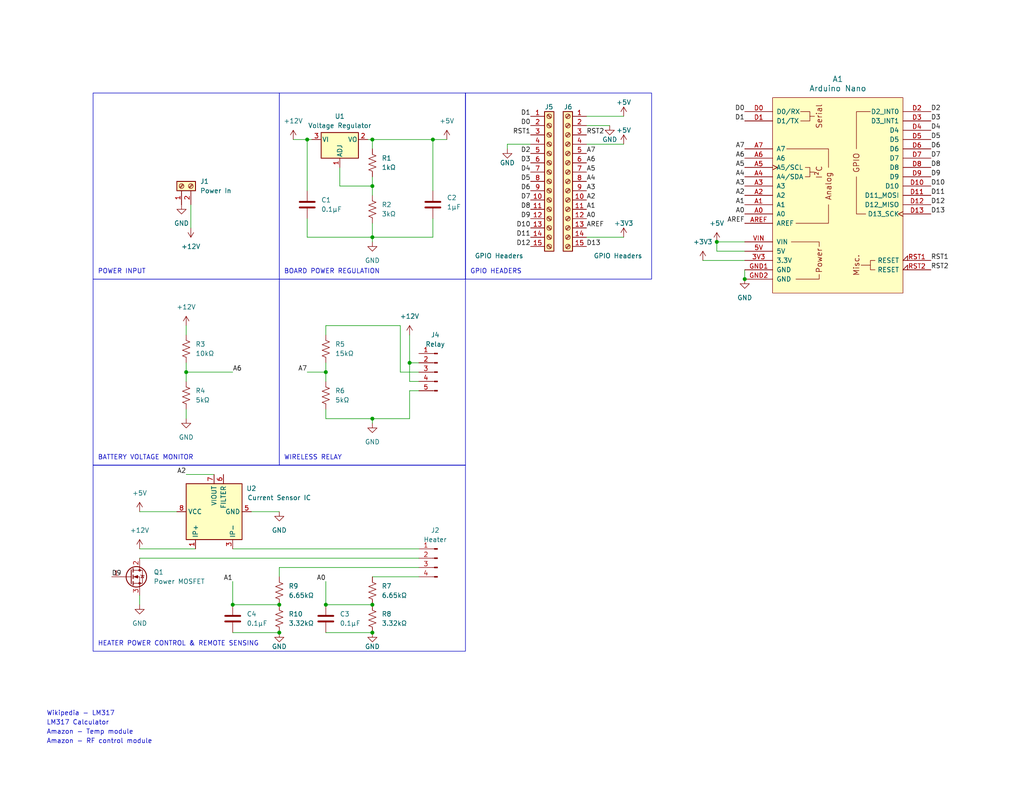
<source format=kicad_sch>
(kicad_sch (version 20230121) (generator eeschema)
  (paper "USLetter")
  (title_block (title "Windshield Heater Controller Schematic") (rev "3") (company "ME692"))
  (lib_symbols
    (symbol "Connector:Conn_01x04_Pin" (pin_names (offset 1.016) hide)
      (property "Reference" "J" (at 0 5.08 0))
      (property "Value" "Conn_01x04_Pin" (at 0 -7.62 0))
      (symbol "Conn_01x04_Pin_1_1"
        (polyline (pts (xy 1.27 -5.08) (xy 0.8636 -5.08)) (stroke (width 0.1524)))
        (polyline (pts (xy 1.27 -2.54) (xy 0.8636 -2.54)) (stroke (width 0.1524)))
        (polyline (pts (xy 1.27 0) (xy 0.8636 0)) (stroke (width 0.1524)))
        (polyline (pts (xy 1.27 2.54) (xy 0.8636 2.54)) (stroke (width 0.1524)))
        (rectangle (start 0.8636 -4.953) (end 0 -5.207) (stroke (width 0.1524)) (fill (type outline)))
        (rectangle (start 0.8636 -2.413) (end 0 -2.667) (stroke (width 0.1524)) (fill (type outline)))
        (rectangle (start 0.8636 0.127) (end 0 -0.127) (stroke (width 0.1524)) (fill (type outline)))
        (rectangle (start 0.8636 2.667) (end 0 2.413) (stroke (width 0.1524)) (fill (type outline)))
        (pin passive line (at 5.08 2.54 180) (length 3.81) (name "Pin_1") (number "1"))
        (pin passive line (at 5.08 0 180) (length 3.81) (name "Pin_2") (number "2"))
        (pin passive line (at 5.08 -2.54 180) (length 3.81) (name "Pin_3") (number "3"))
        (pin passive line (at 5.08 -5.08 180) (length 3.81) (name "Pin_4") (number "4"))
      )
    )
    (symbol "Connector:Conn_01x05_Pin" (pin_names (offset 1.016) hide)
      (property "Reference" "J" (at 0 7.62 0))
      (property "Value" "Conn_01x05_Pin" (at 0 -7.62 0))
      (symbol "Conn_01x05_Pin_1_1"
        (polyline (pts (xy 1.27 -5.08) (xy 0.8636 -5.08)) (stroke (width 0.1524)))
        (polyline (pts (xy 1.27 -2.54) (xy 0.8636 -2.54)) (stroke (width 0.1524)))
        (polyline (pts (xy 1.27 0) (xy 0.8636 0)) (stroke (width 0.1524)))
        (polyline (pts (xy 1.27 2.54) (xy 0.8636 2.54)) (stroke (width 0.1524)))
        (polyline (pts (xy 1.27 5.08) (xy 0.8636 5.08)) (stroke (width 0.1524)))
        (rectangle (start 0.8636 -4.953) (end 0 -5.207) (stroke (width 0.1524)) (fill (type outline)))
        (rectangle (start 0.8636 -2.413) (end 0 -2.667) (stroke (width 0.1524)) (fill (type outline)))
        (rectangle (start 0.8636 0.127) (end 0 -0.127) (stroke (width 0.1524)) (fill (type outline)))
        (rectangle (start 0.8636 2.667) (end 0 2.413) (stroke (width 0.1524)) (fill (type outline)))
        (rectangle (start 0.8636 5.207) (end 0 4.953) (stroke (width 0.1524)) (fill (type outline)))
        (pin passive line (at 5.08 5.08 180) (length 3.81) (name "Pin_1") (number "1"))
        (pin passive line (at 5.08 2.54 180) (length 3.81) (name "Pin_2") (number "2"))
        (pin passive line (at 5.08 0 180) (length 3.81) (name "Pin_3") (number "3"))
        (pin passive line (at 5.08 -2.54 180) (length 3.81) (name "Pin_4") (number "4"))
        (pin passive line (at 5.08 -5.08 180) (length 3.81) (name "Pin_5") (number "5"))
      )
    )
    (symbol "Connector:Screw_Terminal_01x02" (pin_names (offset 1.016) hide)
      (property "Reference" "J" (at 0 2.54 0))
      (property "Value" "Screw_Terminal_01x02" (at 0 -5.08 0))
      (symbol "Screw_Terminal_01x02_1_1"
        (rectangle (start -1.27 1.27) (end 1.27 -3.81) (stroke (width 0.254)) (fill (type background)))
        (circle (center 0 -2.54) (radius 0.635) (stroke (width 0.1524)))
        (polyline (pts (xy -0.5334 -2.2098) (xy 0.3302 -3.048)) (stroke (width 0.1524)))
        (polyline (pts (xy -0.5334 0.3302) (xy 0.3302 -0.508)) (stroke (width 0.1524)))
        (polyline (pts (xy -0.3556 -2.032) (xy 0.508 -2.8702)) (stroke (width 0.1524)))
        (polyline (pts (xy -0.3556 0.508) (xy 0.508 -0.3302)) (stroke (width 0.1524)))
        (circle (center 0 0) (radius 0.635) (stroke (width 0.1524)))
        (pin passive line (at -5.08 0 0) (length 3.81) (name "Pin_1") (number "1"))
        (pin passive line (at -5.08 -2.54 0) (length 3.81) (name "Pin_2") (number "2"))
      )
    )
    (symbol "Connector:Screw_Terminal_01x15" (pin_names (offset 1.016) hide)
      (property "Reference" "J" (at 0 20.32 0))
      (property "Value" "Screw_Terminal_01x15" (at 0 -20.32 0))
      (symbol "Screw_Terminal_01x15_1_1"
        (rectangle (start -1.27 19.05) (end 1.27 -19.05) (stroke (width 0.254)) (fill (type background)))
        (circle (center 0 -17.78) (radius 0.635) (stroke (width 0.1524)))
        (circle (center 0 -15.24) (radius 0.635) (stroke (width 0.1524)))
        (circle (center 0 -12.7) (radius 0.635) (stroke (width 0.1524)))
        (circle (center 0 -10.16) (radius 0.635) (stroke (width 0.1524)))
        (circle (center 0 -7.62) (radius 0.635) (stroke (width 0.1524)))
        (circle (center 0 -5.08) (radius 0.635) (stroke (width 0.1524)))
        (circle (center 0 -2.54) (radius 0.635) (stroke (width 0.1524)))
        (polyline (pts (xy -0.5334 -17.4498) (xy 0.3302 -18.288)) (stroke (width 0.1524)))
        (polyline (pts (xy -0.5334 -14.9098) (xy 0.3302 -15.748)) (stroke (width 0.1524)))
        (polyline (pts (xy -0.5334 -12.3698) (xy 0.3302 -13.208)) (stroke (width 0.1524)))
        (polyline (pts (xy -0.5334 -9.8298) (xy 0.3302 -10.668)) (stroke (width 0.1524)))
        (polyline (pts (xy -0.5334 -7.2898) (xy 0.3302 -8.128)) (stroke (width 0.1524)))
        (polyline (pts (xy -0.5334 -4.7498) (xy 0.3302 -5.588)) (stroke (width 0.1524)))
        (polyline (pts (xy -0.5334 -2.2098) (xy 0.3302 -3.048)) (stroke (width 0.1524)))
        (polyline (pts (xy -0.5334 0.3302) (xy 0.3302 -0.508)) (stroke (width 0.1524)))
        (polyline (pts (xy -0.5334 2.8702) (xy 0.3302 2.032)) (stroke (width 0.1524)))
        (polyline (pts (xy -0.5334 5.4102) (xy 0.3302 4.572)) (stroke (width 0.1524)))
        (polyline (pts (xy -0.5334 7.9502) (xy 0.3302 7.112)) (stroke (width 0.1524)))
        (polyline (pts (xy -0.5334 10.4902) (xy 0.3302 9.652)) (stroke (width 0.1524)))
        (polyline (pts (xy -0.5334 13.0302) (xy 0.3302 12.192)) (stroke (width 0.1524)))
        (polyline (pts (xy -0.5334 15.5702) (xy 0.3302 14.732)) (stroke (width 0.1524)))
        (polyline (pts (xy -0.5334 18.1102) (xy 0.3302 17.272)) (stroke (width 0.1524)))
        (polyline (pts (xy -0.3556 -17.272) (xy 0.508 -18.1102)) (stroke (width 0.1524)))
        (polyline (pts (xy -0.3556 -14.732) (xy 0.508 -15.5702)) (stroke (width 0.1524)))
        (polyline (pts (xy -0.3556 -12.192) (xy 0.508 -13.0302)) (stroke (width 0.1524)))
        (polyline (pts (xy -0.3556 -9.652) (xy 0.508 -10.4902)) (stroke (width 0.1524)))
        (polyline (pts (xy -0.3556 -7.112) (xy 0.508 -7.9502)) (stroke (width 0.1524)))
        (polyline (pts (xy -0.3556 -4.572) (xy 0.508 -5.4102)) (stroke (width 0.1524)))
        (polyline (pts (xy -0.3556 -2.032) (xy 0.508 -2.8702)) (stroke (width 0.1524)))
        (polyline (pts (xy -0.3556 0.508) (xy 0.508 -0.3302)) (stroke (width 0.1524)))
        (polyline (pts (xy -0.3556 3.048) (xy 0.508 2.2098)) (stroke (width 0.1524)))
        (polyline (pts (xy -0.3556 5.588) (xy 0.508 4.7498)) (stroke (width 0.1524)))
        (polyline (pts (xy -0.3556 8.128) (xy 0.508 7.2898)) (stroke (width 0.1524)))
        (polyline (pts (xy -0.3556 10.668) (xy 0.508 9.8298)) (stroke (width 0.1524)))
        (polyline (pts (xy -0.3556 13.208) (xy 0.508 12.3698)) (stroke (width 0.1524)))
        (polyline (pts (xy -0.3556 15.748) (xy 0.508 14.9098)) (stroke (width 0.1524)))
        (polyline (pts (xy -0.3556 18.288) (xy 0.508 17.4498)) (stroke (width 0.1524)))
        (circle (center 0 0) (radius 0.635) (stroke (width 0.1524)))
        (circle (center 0 2.54) (radius 0.635) (stroke (width 0.1524)))
        (circle (center 0 5.08) (radius 0.635) (stroke (width 0.1524)))
        (circle (center 0 7.62) (radius 0.635) (stroke (width 0.1524)))
        (circle (center 0 10.16) (radius 0.635) (stroke (width 0.1524)))
        (circle (center 0 12.7) (radius 0.635) (stroke (width 0.1524)))
        (circle (center 0 15.24) (radius 0.635) (stroke (width 0.1524)))
        (circle (center 0 17.78) (radius 0.635) (stroke (width 0.1524)))
        (pin passive line (at -5.08 17.78 0) (length 3.81) (name "Pin_1") (number "1"))
        (pin passive line (at -5.08 -5.08 0) (length 3.81) (name "Pin_10") (number "10"))
        (pin passive line (at -5.08 -7.62 0) (length 3.81) (name "Pin_11") (number "11"))
        (pin passive line (at -5.08 -10.16 0) (length 3.81) (name "Pin_12") (number "12"))
        (pin passive line (at -5.08 -12.7 0) (length 3.81) (name "Pin_13") (number "13"))
        (pin passive line (at -5.08 -15.24 0) (length 3.81) (name "Pin_14") (number "14"))
        (pin passive line (at -5.08 -17.78 0) (length 3.81) (name "Pin_15") (number "15"))
        (pin passive line (at -5.08 15.24 0) (length 3.81) (name "Pin_2") (number "2"))
        (pin passive line (at -5.08 12.7 0) (length 3.81) (name "Pin_3") (number "3"))
        (pin passive line (at -5.08 10.16 0) (length 3.81) (name "Pin_4") (number "4"))
        (pin passive line (at -5.08 7.62 0) (length 3.81) (name "Pin_5") (number "5"))
        (pin passive line (at -5.08 5.08 0) (length 3.81) (name "Pin_6") (number "6"))
        (pin passive line (at -5.08 2.54 0) (length 3.81) (name "Pin_7") (number "7"))
        (pin passive line (at -5.08 0 0) (length 3.81) (name "Pin_8") (number "8"))
        (pin passive line (at -5.08 -2.54 0) (length 3.81) (name "Pin_9") (number "9"))
      )
    )
    (symbol "Device:C" (pin_numbers hide) (pin_names (offset 0.254))
      (property "Reference" "C" (at 0.635 2.54 0))
      (property "Value" "C" (at 0.635 -2.54 0))
      (symbol "C_0_1"
        (polyline (pts (xy -2.032 -0.762) (xy 2.032 -0.762)) (stroke (width 0.508)))
        (polyline (pts (xy -2.032 0.762) (xy 2.032 0.762)) (stroke (width 0.508)))
      )
      (symbol "C_1_1"
        (pin passive line (at 0 3.81 270) (length 2.794) (name "~") (number "1"))
        (pin passive line (at 0 -3.81 90) (length 2.794) (name "~") (number "2"))
      )
    )
    (symbol "Device:Q_NMOS_GDS" (pin_names (offset 0) hide)
      (property "Reference" "Q" (at 5.08 1.27 0))
      (property "Value" "Q_NMOS_GDS" (at 5.08 -1.27 0))
      (symbol "Q_NMOS_GDS_0_1"
        (polyline (pts (xy 0.254 0) (xy -2.54 0)))
        (polyline (pts (xy 0.254 1.905) (xy 0.254 -1.905)) (stroke (width 0.254)))
        (polyline (pts (xy 0.762 -1.27) (xy 0.762 -2.286)) (stroke (width 0.254)))
        (polyline (pts (xy 0.762 0.508) (xy 0.762 -0.508)) (stroke (width 0.254)))
        (polyline (pts (xy 0.762 2.286) (xy 0.762 1.27)) (stroke (width 0.254)))
        (polyline (pts (xy 2.54 2.54) (xy 2.54 1.778)))
        (polyline (pts (xy 2.54 -2.54) (xy 2.54 0) (xy 0.762 0)))
        (polyline (pts (xy 0.762 -1.778) (xy 3.302 -1.778) (xy 3.302 1.778) (xy 0.762 1.778)))
        (polyline (pts (xy 1.016 0) (xy 2.032 0.381) (xy 2.032 -0.381) (xy 1.016 0)) (fill (type outline)))
        (polyline (pts (xy 2.794 0.508) (xy 2.921 0.381) (xy 3.683 0.381) (xy 3.81 0.254)))
        (polyline (pts (xy 3.302 0.381) (xy 2.921 -0.254) (xy 3.683 -0.254) (xy 3.302 0.381)))
        (circle (center 1.651 0) (radius 2.794) (stroke (width 0.254)))
        (circle (center 2.54 -1.778) (radius 0.254) (fill (type outline)))
        (circle (center 2.54 1.778) (radius 0.254) (fill (type outline)))
      )
      (symbol "Q_NMOS_GDS_1_1"
        (pin input line (at -5.08 0 0) (length 2.54) (name "G") (number "1"))
        (pin passive line (at 2.54 5.08 270) (length 2.54) (name "D") (number "2"))
        (pin passive line (at 2.54 -5.08 90) (length 2.54) (name "S") (number "3"))
      )
    )
    (symbol "Device:R_US" (pin_numbers hide) (pin_names (offset 0))
      (property "Reference" "R" (at 2.54 0 90))
      (property "Value" "R_US" (at -2.54 0 90))
      (symbol "R_US_0_1"
        (polyline (pts (xy 0 -2.286) (xy 0 -2.54)))
        (polyline (pts (xy 0 2.286) (xy 0 2.54)))
        (polyline (pts (xy 0 -0.762) (xy 1.016 -1.143) (xy 0 -1.524) (xy -1.016 -1.905) (xy 0 -2.286)))
        (polyline (pts (xy 0 0.762) (xy 1.016 0.381) (xy 0 0) (xy -1.016 -0.381) (xy 0 -0.762)))
        (polyline (pts (xy 0 2.286) (xy 1.016 1.905) (xy 0 1.524) (xy -1.016 1.143) (xy 0 0.762)))
      )
      (symbol "R_US_1_1"
        (pin passive line (at 0 3.81 270) (length 1.27) (name "~") (number "1"))
        (pin passive line (at 0 -3.81 90) (length 1.27) (name "~") (number "2"))
      )
    )
    (symbol "GND_1" (power) (pin_names (offset 0))
      (property "Value" "GND_1" (at 0 -3.81 0))
      (symbol "GND_1_0_1"
        (polyline (pts (xy 0 0) (xy 0 -1.27) (xy 1.27 -1.27) (xy 0 -2.54) (xy -1.27 -1.27) (xy 0 -1.27)))
      )
      (symbol "GND_1_1_1"
        (pin power_in line (at 0 0 270) (length 0) hide (name "GND") (number "1"))
      )
    )
    (symbol "PCM_arduino-library:Arduino_Nano_Socket" (pin_names (offset 1.016))
      (property "Reference" "A" (at 0 33.02 0))
      (property "Value" "Arduino_Nano_Socket" (at 0 29.21 0))
      (symbol "Arduino_Nano_Socket_0_0"
        (rectangle (start -17.78 26.67) (end 17.78 -26.67) (fill (type background)))
        (polyline (pts (xy -7.62 6.35) (xy -6.35 6.35)))
        (polyline (pts (xy -7.62 21.59) (xy -6.35 21.59)))
        (polyline (pts (xy 8.89 -19.05) (xy 6.35 -19.05)))
        (polyline (pts (xy -11.43 -22.86) (xy -5.08 -22.86) (xy -5.08 -21.59)))
        (polyline (pts (xy -5.08 -13.97) (xy -5.08 -12.7) (xy -12.7 -12.7)))
        (polyline (pts (xy -10.16 22.86) (xy -7.62 22.86) (xy -7.62 20.32) (xy -10.16 20.32)))
        (polyline (pts (xy -8.89 7.62) (xy -7.62 7.62) (xy -7.62 5.08) (xy -8.89 5.08)))
        (text "Analog" (at -2.54 2.54 900) (effects (font (size 1.524 1.524))))
        (text "I²C" (at -5.08 6.35 900) (effects (font (size 1.524 1.524))))
        (text "Misc." (at 5.08 -19.05 900) (effects (font (size 1.524 1.524))))
        (text "Power" (at -5.08 -17.78 900) (effects (font (size 1.524 1.524))))
        (text "Serial" (at -5.08 21.59 900) (effects (font (size 1.524 1.524))))
      )
      (symbol "Arduino_Nano_Socket_0_1"
        (polyline (pts (xy -13.97 12.7) (xy -2.54 12.7) (xy -2.54 7.62)))
        (polyline (pts (xy -11.43 -7.62) (xy -2.54 -7.62) (xy -2.54 -2.54)))
        (polyline (pts (xy 7.62 -5.08) (xy 5.08 -5.08) (xy 5.08 5.08)))
        (polyline (pts (xy 8.89 22.86) (xy 5.08 22.86) (xy 5.08 12.7)))
        (polyline (pts (xy 10.16 -17.78) (xy 8.89 -17.78) (xy 8.89 -20.32) (xy 10.16 -20.32)))
      )
      (symbol "Arduino_Nano_Socket_1_0"
        (text "GPIO" (at 5.08 8.89 900) (effects (font (size 1.524 1.524))))
      )
      (symbol "Arduino_Nano_Socket_1_1"
        (pin power_out line (at -25.4 -17.78 0) (length 7.62) (name "3.3V") (number "3V3"))
        (pin power_in line (at -25.4 -15.24 0) (length 7.62) (name "5V") (number "5V"))
        (pin bidirectional line (at -25.4 -5.08 0) (length 7.62) (name "A0") (number "A0"))
        (pin bidirectional line (at -25.4 -2.54 0) (length 7.62) (name "A1") (number "A1"))
        (pin bidirectional line (at -25.4 0 0) (length 7.62) (name "A2") (number "A2"))
        (pin bidirectional line (at -25.4 2.54 0) (length 7.62) (name "A3") (number "A3"))
        (pin bidirectional line (at -25.4 5.08 0) (length 7.62) (name "A4/SDA") (number "A4"))
        (pin bidirectional clock (at -25.4 7.62 0) (length 7.62) (name "A5/SCL") (number "A5"))
        (pin input line (at -25.4 10.16 0) (length 7.62) (name "A6") (number "A6"))
        (pin input line (at -25.4 12.7 0) (length 7.62) (name "A7") (number "A7"))
        (pin input line (at -25.4 -7.62 0) (length 7.62) (name "AREF") (number "AREF"))
        (pin bidirectional line (at -25.4 22.86 0) (length 7.62) (name "D0/RX") (number "D0"))
        (pin bidirectional line (at -25.4 20.32 0) (length 7.62) (name "D1/TX") (number "D1"))
        (pin bidirectional line (at 25.4 2.54 180) (length 7.62) (name "D10") (number "D10"))
        (pin bidirectional line (at 25.4 0 180) (length 7.62) (name "D11_MOSI") (number "D11"))
        (pin bidirectional line (at 25.4 -2.54 180) (length 7.62) (name "D12_MISO") (number "D12"))
        (pin bidirectional clock (at 25.4 -5.08 180) (length 7.62) (name "D13_SCK") (number "D13"))
        (pin bidirectional line (at 25.4 22.86 180) (length 7.62) (name "D2_INT0") (number "D2"))
        (pin bidirectional line (at 25.4 20.32 180) (length 7.62) (name "D3_INT1") (number "D3"))
        (pin bidirectional line (at 25.4 17.78 180) (length 7.62) (name "D4") (number "D4"))
        (pin bidirectional line (at 25.4 15.24 180) (length 7.62) (name "D5") (number "D5"))
        (pin bidirectional line (at 25.4 12.7 180) (length 7.62) (name "D6") (number "D6"))
        (pin bidirectional line (at 25.4 10.16 180) (length 7.62) (name "D7") (number "D7"))
        (pin bidirectional line (at 25.4 7.62 180) (length 7.62) (name "D8") (number "D8"))
        (pin bidirectional line (at 25.4 5.08 180) (length 7.62) (name "D9") (number "D9"))
        (pin power_in line (at -25.4 -20.32 0) (length 7.62) (name "GND") (number "GND1"))
        (pin power_in line (at -25.4 -22.86 0) (length 7.62) (name "GND") (number "GND2"))
        (pin open_collector input_low (at 25.4 -17.78 180) (length 7.62) (name "RESET") (number "RST1"))
        (pin open_collector input_low (at 25.4 -20.32 180) (length 7.62) (name "RESET") (number "RST2"))
        (pin power_in line (at -25.4 -12.7 0) (length 7.62) (name "VIN") (number "VIN"))
      )
    )
    (symbol "Regulator_Linear:LM317_TO-220" (pin_names (offset 0.254))
      (property "Reference" "U" (at -3.81 3.175 0))
      (property "Value" "LM317_TO-220" (at 0 3.175 0))
      (symbol "LM317_TO-220_0_1"
        (rectangle (start -5.08 1.905) (end 5.08 -5.08) (stroke (width 0.254)) (fill (type background)))
      )
      (symbol "LM317_TO-220_1_1"
        (pin input line (at 0 -7.62 90) (length 2.54) (name "ADJ") (number "1"))
        (pin power_out line (at 7.62 0 180) (length 2.54) (name "VO") (number "2"))
        (pin power_in line (at -7.62 0 0) (length 2.54) (name "VI") (number "3"))
      )
    )
    (symbol "Sensor_Current:ACS712xLCTR-20A"
      (property "Reference" "U" (at 2.54 11.43 0))
      (property "Value" "ACS712xLCTR-20A" (at 2.54 8.89 0))
      (symbol "ACS712xLCTR-20A_0_1"
        (rectangle (start -7.62 7.62) (end 7.62 -7.62) (stroke (width 0.254)) (fill (type background)))
      )
      (symbol "ACS712xLCTR-20A_1_1"
        (pin passive line (at -10.16 5.08 0) (length 2.54) (name "IP+") (number "1"))
        (pin passive line (at -10.16 5.08 0) (length 2.54) hide (name "IP+") (number "2"))
        (pin passive line (at -10.16 -5.08 0) (length 2.54) (name "IP-") (number "3"))
        (pin passive line (at -10.16 -5.08 0) (length 2.54) hide (name "IP-") (number "4"))
        (pin power_in line (at 0 -10.16 90) (length 2.54) (name "GND") (number "5"))
        (pin passive line (at 10.16 -2.54 180) (length 2.54) (name "FILTER") (number "6"))
        (pin output line (at 10.16 0 180) (length 2.54) (name "VIOUT") (number "7"))
        (pin power_in line (at 0 10.16 270) (length 2.54) (name "VCC") (number "8"))
      )
    )
    (symbol "power:+12V" (power) (pin_names (offset 0))
      (property "Value" "+12V" (at 0 3.556 0))
      (symbol "+12V_0_1"
        (polyline (pts (xy -0.762 1.27) (xy 0 2.54)))
        (polyline (pts (xy 0 0) (xy 0 2.54)))
        (polyline (pts (xy 0 2.54) (xy 0.762 1.27)))
      )
      (symbol "+12V_1_1"
        (pin power_in line (at 0 0 90) (length 0) hide (name "+12V") (number "1"))
      )
    )
    (symbol "power:+3V3" (power) (pin_names (offset 0))
      (property "Value" "+3V3" (at 0 3.556 0))
      (symbol "+3V3_0_1"
        (polyline (pts (xy -0.762 1.27) (xy 0 2.54)))
        (polyline (pts (xy 0 0) (xy 0 2.54)))
        (polyline (pts (xy 0 2.54) (xy 0.762 1.27)))
      )
      (symbol "+3V3_1_1"
        (pin power_in line (at 0 0 90) (length 0) hide (name "+3V3") (number "1"))
      )
    )
    (symbol "power:+5V" (power) (pin_names (offset 0))
      (property "Value" "+5V" (at 0 3.556 0))
      (symbol "+5V_0_1"
        (polyline (pts (xy -0.762 1.27) (xy 0 2.54)))
        (polyline (pts (xy 0 0) (xy 0 2.54)))
        (polyline (pts (xy 0 2.54) (xy 0.762 1.27)))
      )
      (symbol "+5V_1_1"
        (pin power_in line (at 0 0 90) (length 0) hide (name "+5V") (number "1"))
      )
    )
    (symbol "power:GND" (power) (pin_names (offset 0))
      (property "Value" "GND" (at 0 -3.81 0))
      (symbol "GND_0_1"
        (polyline (pts (xy 0 0) (xy 0 -1.27) (xy 1.27 -1.27) (xy 0 -2.54) (xy -1.27 -1.27) (xy 0 -1.27)))
      )
      (symbol "GND_1_1"
        (pin power_in line (at 0 0 270) (length 0) hide (name "GND") (number "1"))
      )
    )
  )
  (junction (at 50.8 101.6))
  (junction (at 111.76 99.06))
  (junction (at 83.82 38.1))
  (junction (at 88.9 165.1))
  (junction (at 101.6 38.1))
  (junction (at 101.6 64.77))
  (junction (at 203.2 76.2))
  (junction (at 195.58 66.04))
  (junction (at 76.2 165.1))
  (junction (at 101.6 114.3))
  (junction (at 101.6 165.1))
  (junction (at 101.6 50.8))
  (junction (at 101.6 172.72))
  (junction (at 118.11 38.1))
  (junction (at 63.5 165.1))
  (junction (at 88.9 101.6))
  (junction (at 76.2 172.72))
  (wire (pts (xy 38.1 165.1) (xy 38.1 162.56)))
  (wire (pts (xy 83.82 38.1) (xy 85.09 38.1)))
  (wire (pts (xy 109.22 101.6) (xy 114.3 101.6)))
  (wire (pts (xy 80.01 38.1) (xy 83.82 38.1)))
  (wire (pts (xy 195.58 66.04) (xy 203.2 66.04)))
  (wire (pts (xy 50.8 88.9) (xy 50.8 91.44)))
  (wire (pts (xy 203.2 68.58) (xy 195.58 68.58)))
  (wire (pts (xy 160.02 34.29) (xy 166.37 34.29)))
  (wire (pts (xy 101.6 66.04) (xy 101.6 64.77)))
  (wire (pts (xy 92.71 50.8) (xy 101.6 50.8)))
  (wire (pts (xy 63.5 165.1) (xy 76.2 165.1)))
  (wire (pts (xy 114.3 152.4) (xy 38.1 152.4)))
  (wire (pts (xy 38.1 149.86) (xy 53.34 149.86)))
  (wire (pts (xy 109.22 88.9) (xy 109.22 101.6)))
  (wire (pts (xy 101.6 157.48) (xy 114.3 157.48)))
  (wire (pts (xy 52.07 62.23) (xy 52.07 55.88)))
  (wire (pts (xy 88.9 111.76) (xy 88.9 114.3)))
  (wire (pts (xy 83.82 101.6) (xy 88.9 101.6)))
  (wire (pts (xy 118.11 52.07) (xy 118.11 38.1)))
  (wire (pts (xy 111.76 99.06) (xy 114.3 99.06)))
  (wire (pts (xy 138.43 39.37) (xy 138.43 40.64)))
  (wire (pts (xy 76.2 154.94) (xy 76.2 157.48)))
  (wire (pts (xy 88.9 158.75) (xy 88.9 165.1)))
  (wire (pts (xy 50.8 99.06) (xy 50.8 101.6)))
  (wire (pts (xy 88.9 172.72) (xy 101.6 172.72)))
  (wire (pts (xy 88.9 114.3) (xy 101.6 114.3)))
  (wire (pts (xy 100.33 38.1) (xy 101.6 38.1)))
  (wire (pts (xy 118.11 64.77) (xy 118.11 59.69)))
  (wire (pts (xy 101.6 48.26) (xy 101.6 50.8)))
  (wire (pts (xy 111.76 104.14) (xy 111.76 99.06)))
  (wire (pts (xy 111.76 91.44) (xy 111.76 99.06)))
  (wire (pts (xy 191.77 71.12) (xy 203.2 71.12)))
  (wire (pts (xy 83.82 38.1) (xy 83.82 52.07)))
  (wire (pts (xy 50.8 114.3) (xy 50.8 111.76)))
  (wire (pts (xy 160.02 39.37) (xy 170.18 39.37)))
  (wire (pts (xy 170.18 31.75) (xy 160.02 31.75)))
  (wire (pts (xy 50.8 129.54) (xy 58.42 129.54)))
  (wire (pts (xy 203.2 73.66) (xy 203.2 76.2)))
  (wire (pts (xy 114.3 104.14) (xy 111.76 104.14)))
  (wire (pts (xy 195.58 68.58) (xy 195.58 66.04)))
  (wire (pts (xy 38.1 139.7) (xy 48.26 139.7)))
  (wire (pts (xy 101.6 114.3) (xy 111.76 114.3)))
  (wire (pts (xy 50.8 101.6) (xy 63.5 101.6)))
  (wire (pts (xy 101.6 38.1) (xy 118.11 38.1)))
  (wire (pts (xy 88.9 99.06) (xy 88.9 101.6)))
  (wire (pts (xy 111.76 106.68) (xy 114.3 106.68)))
  (wire (pts (xy 144.78 39.37) (xy 138.43 39.37)))
  (wire (pts (xy 88.9 165.1) (xy 101.6 165.1)))
  (wire (pts (xy 88.9 88.9) (xy 109.22 88.9)))
  (wire (pts (xy 101.6 114.3) (xy 101.6 115.57)))
  (wire (pts (xy 101.6 64.77) (xy 118.11 64.77)))
  (wire (pts (xy 170.18 64.77) (xy 160.02 64.77)))
  (wire (pts (xy 101.6 50.8) (xy 101.6 53.34)))
  (wire (pts (xy 88.9 101.6) (xy 88.9 104.14)))
  (wire (pts (xy 101.6 38.1) (xy 101.6 40.64)))
  (wire (pts (xy 88.9 88.9) (xy 88.9 91.44)))
  (wire (pts (xy 101.6 60.96) (xy 101.6 64.77)))
  (wire (pts (xy 92.71 45.72) (xy 92.71 50.8)))
  (wire (pts (xy 63.5 172.72) (xy 76.2 172.72)))
  (wire (pts (xy 68.58 139.7) (xy 76.2 139.7)))
  (wire (pts (xy 83.82 64.77) (xy 101.6 64.77)))
  (wire (pts (xy 83.82 59.69) (xy 83.82 64.77)))
  (wire (pts (xy 76.2 154.94) (xy 114.3 154.94)))
  (wire (pts (xy 50.8 104.14) (xy 50.8 101.6)))
  (wire (pts (xy 63.5 158.75) (xy 63.5 165.1)))
  (wire (pts (xy 63.5 149.86) (xy 114.3 149.86)))
  (wire (pts (xy 118.11 38.1) (xy 121.92 38.1)))
  (wire (pts (xy 111.76 106.68) (xy 111.76 114.3)))
  (rectangle (start 25.4 127) (end 127 177.8))
  (rectangle (start 25.4 76.2) (end 76.2 127))
  (rectangle (start 127 25.4) (end 177.8 76.2))
  (rectangle (start 25.4 25.4) (end 76.2 76.2))
  (rectangle (start 76.2 25.4) (end 127 76.2))
  (rectangle (start 76.2 76.2) (end 127 127))
  (text "Wikipedia - LM317" (at 12.7 195.58 0) (effects (font (size 1.27 1.27)) (justify left bottom)))
  (text "BATTERY VOLTAGE MONITOR" (at 26.67 125.73 0) (effects (font (size 1.27 1.27)) (justify left bottom)))
  (text "BOARD POWER REGULATION" (at 77.47 74.93 0) (effects (font (size 1.27 1.27)) (justify left bottom)))
  (text "POWER INPUT" (at 26.67 74.93 0) (effects (font (size 1.27 1.27)) (justify left bottom)))
  (text "Amazon - RF control module\n" (at 12.7 203.2 0) (effects (font (size 1.27 1.27)) (justify left bottom)))
  (text "HEATER POWER CONTROL & REMOTE SENSING" (at 26.67 176.53 0) (effects (font (size 1.27 1.27)) (justify left bottom)))
  (text "Amazon - Temp module\n" (at 12.7 200.66 0) (effects (font (size 1.27 1.27)) (justify left bottom)))
  (text "WIRELESS RELAY" (at 77.47 125.73 0) (effects (font (size 1.27 1.27)) (justify left bottom)))
  (text "LM317 Calculator" (at 12.7 198.12 0) (effects (font (size 1.27 1.27)) (justify left bottom)))
  (text "GPIO HEADERS" (at 128.27 74.93 0) (effects (font (size 1.27 1.27)) (justify left bottom)))
  (label "A2" (at 50.8 129.54 180))
  (label "D6" (at 254 40.64 0))
  (label "D5" (at 144.78 49.53 180))
  (label "D4" (at 144.78 46.99 180))
  (label "A3" (at 160.02 52.07 0))
  (label "D2" (at 144.78 41.91 180))
  (label "D1" (at 144.78 31.75 180))
  (label "D0" (at 203.2 30.48 180))
  (label "D13" (at 254 58.42 0))
  (label "D7" (at 254 43.18 0))
  (label "D0" (at 144.78 34.29 180))
  (label "RST2" (at 254 73.66 0))
  (label "A4" (at 160.02 49.53 0))
  (label "D1" (at 203.2 33.02 180))
  (label "A1" (at 203.2 55.88 180))
  (label "D12" (at 254 55.88 0))
  (label "D11" (at 254 53.34 0))
  (label "D9" (at 254 48.26 0))
  (label "D12" (at 144.78 67.31 180))
  (label "AREF" (at 160.02 62.23 0))
  (label "D6" (at 144.78 52.07 180))
  (label "D13" (at 160.02 67.31 0))
  (label "A0" (at 203.2 58.42 180))
  (label "D4" (at 254 35.56 0))
  (label "A4" (at 203.2 48.26 180))
  (label "D3" (at 144.78 44.45 180))
  (label "AREF" (at 203.2 60.96 180))
  (label "A0" (at 160.02 59.69 0))
  (label "D5" (at 254 38.1 0))
  (label "A1" (at 63.5 158.75 180))
  (label "A2" (at 160.02 54.61 0))
  (label "D9" (at 30.48 157.48 0))
  (label "A7" (at 83.82 101.6 180))
  (label "A2" (at 203.2 53.34 180))
  (label "RST1" (at 254 71.12 0))
  (label "D8" (at 144.78 57.15 180))
  (label "D8" (at 254 45.72 0))
  (label "D10" (at 254 50.8 0))
  (label "A5" (at 160.02 46.99 0))
  (label "A3" (at 203.2 50.8 180))
  (label "A7" (at 160.02 41.91 0))
  (label "A0" (at 88.9 158.75 180))
  (label "D11" (at 144.78 64.77 180))
  (label "A6" (at 203.2 43.18 180))
  (label "D7" (at 144.78 54.61 180))
  (label "RST2" (at 160.02 36.83 0))
  (label "RST1" (at 144.78 36.83 180))
  (label "D2" (at 254 30.48 0))
  (label "D10" (at 144.78 62.23 180))
  (label "A6" (at 63.5 101.6 0))
  (label "A7" (at 203.2 40.64 180))
  (label "A6" (at 160.02 44.45 0))
  (label "A1" (at 160.02 57.15 0))
  (label "D3" (at 254 33.02 0))
  (label "D9" (at 144.78 59.69 180))
  (label "A5" (at 203.2 45.72 180))
  (symbol (lib_id "Device:R_US") (at 101.6 57.15 0) (unit 1)
    (property "Reference" "R2" (at 104.14 55.88 0) (effects (justify left)))
    (property "Value" "3kΩ" (at 104.14 58.42 0) (effects (justify left)))
    (property "Footprint" "Resistor_SMD:R_1206_3216Metric_Pad1.30x1.75mm_HandSolder" (effects hide))
    (property "Datasheet" "https://www.yageo.com/upload/media/product/app/datasheet/rchip/pyu-rt_1-to-0.01_rohs_l.pdf" (effects hide))
    (property "Catalog No" "13-RT1206BRD072K4LCT-ND" (effects hide))
    (property "Vendor" "Digikey" (effects hide))
  )
  (symbol (lib_id "Device:R_US") (at 101.6 44.45 0) (unit 1)
    (property "Reference" "R1" (at 104.14 43.18 0) (effects (justify left)))
    (property "Value" "1kΩ" (at 104.14 45.72 0) (effects (justify left)))
    (property "Footprint" "Resistor_SMD:R_1206_3216Metric_Pad1.30x1.75mm_HandSolder" (effects hide))
    (property "Datasheet" "https://www.yageo.com/upload/media/product/app/datasheet/rchip/pyu-rt_1-to-0.01_rohs_l.pdf" (effects hide))
    (property "Catalog No" "13-RT1206BRD07400RLDKR-ND" (effects hide))
    (property "Vendor" "Digikey" (effects hide))
  )
  (symbol (lib_id "power:+12V") (at 80.01 38.1 0) (unit 1)
    (property "Reference" "#PWR08" (effects hide))
    (property "Value" "+12V" (at 80.01 33.02 0))
  )
  (symbol (lib_id "power:+12V") (at 52.07 62.23 180) (unit 1)
    (property "Reference" "#PWR014" (effects hide))
    (property "Value" "+12V" (at 52.07 67.31 0))
  )
  (symbol (lib_id "Device:R_US") (at 50.8 95.25 0) (unit 1)
    (property "Reference" "R3" (at 53.34 93.98 0) (effects (justify left)))
    (property "Value" "10kΩ" (at 53.34 96.52 0) (effects (justify left)))
    (property "Footprint" "Resistor_SMD:R_1206_3216Metric_Pad1.30x1.75mm_HandSolder" (effects hide))
    (property "Datasheet" "https://www.yageo.com/upload/media/product/app/datasheet/rchip/pyu-rt_1-to-0.01_rohs_l.pdf" (effects hide))
    (property "Catalog No" "YAG1242CT-ND" (effects hide))
    (property "Vendor" "Digikey" (effects hide))
  )
  (symbol (lib_id "Sensor_Current:ACS712xLCTR-20A") (at 58.42 139.7 90) (unit 1)
    (property "Reference" "U2" (at 68.58 133.35 90))
    (property "Value" "Current Sensor IC" (at 76.2 135.89 90))
    (property "Footprint" "Package_SO:SOIC-8_3.9x4.9mm_P1.27mm" (effects hide))
    (property "Datasheet" "http://www.allegromicro.com/~/media/Files/Datasheets/ACS712-Datasheet.ashx?la=en" (effects hide))
    (property "Catalog No" "620-1190-1-ND" (effects hide))
    (property "Vendor" "Digikey" (effects hide))
  )
  (symbol (lib_id "power:+3V3") (at 191.77 71.12 0) (unit 1)
    (property "Reference" "#PWR017" (effects hide))
    (property "Value" "+3V3" (at 191.77 66.04 0))
  )
  (symbol (lib_id "Regulator_Linear:LM317_TO-220") (at 92.71 38.1 0) (unit 1)
    (property "Reference" "U1" (at 92.71 31.75 0))
    (property "Value" "Voltage Regulator" (at 92.71 34.29 0))
    (property "Footprint" "Package_TO_SOT_THT:TO-220-3_Vertical" (effects hide))
    (property "Datasheet" "http://www.ti.com/lit/ds/symlink/lm317.pdf" (effects hide))
    (property "Catalog No" "LM317TNS/NOPB-ND" (effects hide))
    (property "Vendor" "Digikey" (effects hide))
  )
  (symbol (lib_id "power:+5V") (at 170.18 39.37 0) (unit 1)
    (property "Reference" "#PWR021" (effects hide))
    (property "Value" "+5V" (at 170.18 35.56 0))
  )
  (symbol (lib_id "power:+5V") (at 121.92 38.1 0) (unit 1)
    (property "Reference" "#PWR011" (effects hide))
    (property "Value" "+5V" (at 121.92 33.02 0))
  )
  (symbol (lib_id "Device:C") (at 118.11 55.88 0) (unit 1)
    (property "Reference" "C2" (at 121.92 53.975 0) (effects (justify left)))
    (property "Value" "1μF" (at 121.92 56.515 0) (effects (justify left)))
    (property "Footprint" "Capacitor_SMD:C_1206_3216Metric_Pad1.33x1.80mm_HandSolder" (effects hide))
    (property "Datasheet" "https://product.tdk.com/system/files/dam/doc/product/capacitor/ceramic/mlcc/catalog/mlcc_automotive_general_en.pdf" (effects hide))
    (property "Catalog No" "445-5702-1-ND" (effects hide))
    (property "Vendor" "Digikey" (effects hide))
  )
  (symbol (lib_id "power:+5V") (at 170.18 31.75 0) (unit 1)
    (property "Reference" "#PWR09" (effects hide))
    (property "Value" "+5V" (at 170.18 27.94 0))
  )
  (symbol (lib_id "Device:R_US") (at 76.2 161.29 0) (unit 1)
    (property "Reference" "R9" (at 78.74 160.02 0) (effects (justify left)))
    (property "Value" "6.65kΩ" (at 78.74 162.56 0) (effects (justify left)))
    (property "Footprint" "Resistor_SMD:R_1206_3216Metric_Pad1.30x1.75mm_HandSolder" (effects hide))
    (property "Datasheet" "https://www.yageo.com/upload/media/product/products/datasheet/rchip/PYu-RC_Group_51_RoHS_L_12.pdf" (effects hide))
    (property "Catalog No" "311-6.65KFRCT-ND" (effects hide))
    (property "Vendor" "Digikey" (effects hide))
  )
  (symbol (lib_id "Connector:Conn_01x05_Pin") (at 119.38 101.6 0) (mirror y) (unit 1)
    (property "Reference" "J4" (at 118.745 91.44 0))
    (property "Value" "Relay" (at 118.745 93.98 0))
    (property "Footprint" "Connector_Molex:Molex_Micro-Fit_3.0_43650-0515_1x05_P3.00mm_Vertical" (effects hide))
    (property "Datasheet" "https://tools.molex.com/pdm_docs/sd/436500515_sd.pdf" (effects hide))
    (property "Catalog No" "WM1920-ND" (effects hide))
    (property "Vendor" "Digikey" (effects hide))
  )
  (symbol (lib_id "power:+5V") (at 195.58 66.04 0) (unit 1)
    (property "Reference" "#PWR025" (effects hide))
    (property "Value" "+5V" (at 195.58 60.96 0))
  )
  (symbol (lib_id "Device:R_US") (at 50.8 107.95 0) (unit 1)
    (property "Reference" "R4" (at 53.34 106.68 0) (effects (justify left)))
    (property "Value" "5kΩ" (at 53.34 109.22 0) (effects (justify left)))
    (property "Footprint" "Resistor_SMD:R_1206_3216Metric_Pad1.30x1.75mm_HandSolder" (effects hide))
    (property "Datasheet" "https://www.yageo.com/upload/media/product/app/datasheet/rchip/pyu-rt_1-to-0.01_rohs_l.pdf" (effects hide))
    (property "Catalog No" "YAG5090CT-ND" (effects hide))
    (property "Vendor" "Digikey" (effects hide))
  )
  (symbol (lib_id "power:+12V") (at 50.8 88.9 0) (unit 1)
    (property "Reference" "#PWR01" (effects hide))
    (property "Value" "+12V" (at 50.8 83.82 0))
  )
  (symbol (lib_id "power:GND") (at 38.1 165.1 0) (unit 1)
    (property "Reference" "#PWR07" (effects hide))
    (property "Value" "GND" (at 38.1 170.18 0))
  )
  (symbol (lib_id "power:GND") (at 76.2 172.72 0) (unit 1)
    (property "Reference" "#PWR012" (effects hide))
    (property "Value" "GND" (at 76.2 176.53 0))
  )
  (symbol (lib_id "power:GND") (at 76.2 139.7 0) (unit 1)
    (property "Reference" "#PWR023" (effects hide))
    (property "Value" "GND" (at 76.2 144.78 0))
  )
  (symbol (lib_id "power:+12V") (at 111.76 91.44 0) (unit 1)
    (property "Reference" "#PWR04" (effects hide))
    (property "Value" "+12V" (at 111.76 86.36 0))
  )
  (symbol (lib_id "Device:R_US") (at 101.6 161.29 0) (unit 1)
    (property "Reference" "R7" (at 104.14 160.02 0) (effects (justify left)))
    (property "Value" "6.65kΩ" (at 104.14 162.56 0) (effects (justify left)))
    (property "Footprint" "Resistor_SMD:R_1206_3216Metric_Pad1.30x1.75mm_HandSolder" (effects hide))
    (property "Datasheet" "https://www.yageo.com/upload/media/product/products/datasheet/rchip/PYu-RC_Group_51_RoHS_L_12.pdf" (effects hide))
    (property "Catalog No" "311-6.65KFRCT-ND" (effects hide))
    (property "Vendor" "Digikey" (effects hide))
  )
  (symbol (lib_id "power:GND") (at 101.6 172.72 0) (unit 1)
    (property "Reference" "#PWR013" (effects hide))
    (property "Value" "GND" (at 101.6 176.53 0))
  )
  (symbol (lib_id "Connector:Screw_Terminal_01x02") (at 49.53 50.8 90) (unit 1)
    (property "Reference" "J1" (at 54.61 49.53 90) (effects (justify right)))
    (property "Value" "Power In" (at 54.61 52.07 90) (effects (justify right)))
    (property "Footprint" "Connector_Molex:Molex_Mega-Fit_76825-0002_2x01_P5.70mm_Horizontal" (effects hide))
    (property "Datasheet" "https://mm.digikey.com/Volume0/opasdata/d220001/medias/docus/1100/Mega-Fit_Power_Conn.pdf" (effects hide))
    (property "Catalog No" "WM11969-ND" (effects hide))
    (property "Vendor" "Digikey" (effects hide))
  )
  (symbol (lib_id "Device:C") (at 83.82 55.88 0) (unit 1)
    (property "Reference" "C1" (at 87.63 54.61 0) (effects (justify left)))
    (property "Value" "0.1μF" (at 87.63 57.15 0) (effects (justify left)))
    (property "Footprint" "Capacitor_SMD:C_1206_3216Metric_Pad1.33x1.80mm_HandSolder" (effects hide))
    (property "Datasheet" "https://product.tdk.com/system/files/dam/doc/product/capacitor/ceramic/mlcc/catalog/mlcc_automotive_general_en.pdf" (effects hide))
    (property "Catalog No" "445-12839-1-ND" (effects hide))
    (property "Vendor" "Digikey" (effects hide))
  )
  (symbol (lib_id "power:+3V3") (at 170.18 64.77 0) (unit 1)
    (property "Reference" "#PWR022" (effects hide))
    (property "Value" "+3V3" (at 170.18 60.96 0))
  )
  (symbol (lib_id "Device:Q_NMOS_GDS") (at 35.56 157.48 0) (unit 1)
    (property "Reference" "Q1" (at 41.91 156.21 0) (effects (justify left)))
    (property "Value" "Power MOSFET" (at 41.91 158.75 0) (effects (justify left)))
    (property "Footprint" "Package_TO_SOT_THT:TO-220-3_Vertical" (effects hide))
    (property "Datasheet" "https://assets.nexperia.com/documents/data-sheet/PSMN1R1-30PL.pdf" (effects hide))
    (property "Catalog No" "1727-5291-ND" (effects hide))
    (property "Vendor" "Digikey" (effects hide))
  )
  (symbol (lib_id "power:GND") (at 138.43 40.64 0) (unit 1)
    (property "Reference" "#PWR018" (effects hide))
    (property "Value" "GND" (at 138.43 44.45 0))
  )
  (symbol (lib_id "Device:C") (at 63.5 168.91 0) (unit 1)
    (property "Reference" "C4" (at 67.31 167.64 0) (effects (justify left)))
    (property "Value" "0.1μF" (at 67.31 170.18 0) (effects (justify left)))
    (property "Footprint" "Capacitor_SMD:C_1206_3216Metric_Pad1.33x1.80mm_HandSolder" (effects hide))
    (property "Datasheet" "https://product.tdk.com/system/files/dam/doc/product/capacitor/ceramic/mlcc/catalog/mlcc_automotive_general_en.pdf" (effects hide))
    (property "Catalog No" "445-12839-1-ND" (effects hide))
    (property "Vendor" "Digikey" (effects hide))
  )
  (symbol (lib_id "Connector:Screw_Terminal_01x15") (at 154.94 49.53 0) (mirror y) (unit 1)
    (property "Reference" "J6" (at 156.21 29.21 0) (effects (justify left)))
    (property "Value" "GPIO Headers" (at 175.26 69.85 0) (effects (justify left)))
    (property "Footprint" "Connector_PinSocket_2.54mm:PinSocket_1x15_P2.54mm_Vertical" (effects hide))
    (property "Datasheet" "https://www.cuidevices.com/product/resource/tbl009v-254.pdf" (effects hide))
    (property "Catalog No" "102-TBL009V-254-15GY-2GY-ND" (effects hide))
    (property "Vendor" "Digikey" (effects hide))
  )
  (symbol (lib_id "power:+12V") (at 38.1 149.86 0) (unit 1)
    (property "Reference" "#PWR03" (effects hide))
    (property "Value" "+12V" (at 38.1 144.78 0))
  )
  (symbol (lib_id "power:GND") (at 203.2 76.2 0) (unit 1)
    (property "Reference" "#PWR06" (effects hide))
    (property "Value" "GND" (at 203.2 81.28 0))
  )
  (symbol (lib_id "PCM_arduino-library:Arduino_Nano_Socket") (at 228.6 53.34 0) (unit 1)
    (property "Reference" "A1" (at 228.6 21.59 0) (effects (font (size 1.524 1.524))))
    (property "Value" "Arduino Nano" (at 228.6 24.13 0) (effects (font (size 1.524 1.524))))
    (property "Footprint" "PCM_arduino-library:Arduino_Nano_Socket" (effects hide))
    (property "Datasheet" "https://docs.arduino.cc/hardware/nano" (effects hide))
    (property "Catalog No" "1050-ABX00033-ND" (effects hide))
    (property "Vendor" "Digikey" (effects hide))
  )
  (symbol (lib_id "power:GND") (at 49.53 55.88 0) (unit 1)
    (property "Reference" "#PWR015" (effects hide))
    (property "Value" "GND" (at 49.53 60.96 0))
  )
  (symbol (lib_id "Device:R_US") (at 88.9 107.95 0) (unit 1)
    (property "Reference" "R6" (at 91.44 106.68 0) (effects (justify left)))
    (property "Value" "5kΩ" (at 91.44 109.22 0) (effects (justify left)))
    (property "Footprint" "Resistor_SMD:R_1206_3216Metric_Pad1.30x1.75mm_HandSolder" (effects hide))
    (property "Datasheet" "https://www.yageo.com/upload/media/product/app/datasheet/rchip/pyu-rt_1-to-0.01_rohs_l.pdf" (effects hide))
    (property "Catalog No" "YAG5090CT-ND" (effects hide))
    (property "Vendor" "Digikey" (effects hide))
  )
  (symbol (lib_id "Device:R_US") (at 101.6 168.91 0) (unit 1)
    (property "Reference" "R8" (at 104.14 167.64 0) (effects (justify left)))
    (property "Value" "3.32kΩ" (at 104.14 170.18 0) (effects (justify left)))
    (property "Footprint" "Resistor_SMD:R_1206_3216Metric_Pad1.30x1.75mm_HandSolder" (effects hide))
    (property "Datasheet" "https://www.yageo.com/upload/media/product/products/datasheet/rchip/PYu-RC_Group_51_RoHS_L_12.pdf" (effects hide))
    (property "Catalog No" "311-3.32KFRCT-ND" (effects hide))
    (property "Vendor" "Digikey" (effects hide))
  )
  (symbol (lib_id "Connector:Conn_01x04_Pin") (at 119.38 152.4 0) (mirror y) (unit 1)
    (property "Reference" "J2" (at 118.745 144.78 0))
    (property "Value" "Heater" (at 118.745 147.32 0))
    (property "Footprint" "Connector_Molex:Molex_Mega-Fit_76825-0004_2x02_P5.70mm_Horizontal" (effects hide))
    (property "Datasheet" "https://www.molex.com/pdm_docs/ps/PS-76823-100.pdf" (effects hide))
    (property "Catalog No" "WM11970-ND" (effects hide))
    (property "Vendor" "Digikey" (effects hide))
  )
  (symbol (lib_name "GND_1") (lib_id "power:GND") (at 101.6 66.04 0) (unit 1)
    (property "Reference" "#PWR010" (effects hide))
    (property "Value" "GND" (at 101.6 71.12 0))
  )
  (symbol (lib_id "Device:R_US") (at 76.2 168.91 0) (unit 1)
    (property "Reference" "R10" (at 78.74 167.64 0) (effects (justify left)))
    (property "Value" "3.32kΩ" (at 78.74 170.18 0) (effects (justify left)))
    (property "Footprint" "Resistor_SMD:R_1206_3216Metric_Pad1.30x1.75mm_HandSolder" (effects hide))
    (property "Datasheet" "https://www.yageo.com/upload/media/product/products/datasheet/rchip/PYu-RC_Group_51_RoHS_L_12.pdf" (effects hide))
    (property "Catalog No" "311-3.32KFRCT-ND" (effects hide))
    (property "Vendor" "Digikey" (effects hide))
  )
  (symbol (lib_id "Connector:Screw_Terminal_01x15") (at 149.86 49.53 0) (unit 1)
    (property "Reference" "J5" (at 148.59 29.21 0) (effects (justify left)))
    (property "Value" "GPIO Headers" (at 129.54 69.85 0) (effects (justify left)))
    (property "Footprint" "Connector_PinSocket_2.54mm:PinSocket_1x15_P2.54mm_Vertical" (effects hide))
    (property "Datasheet" "https://www.cuidevices.com/product/resource/tbl009v-254.pdf" (effects hide))
    (property "Catalog No" "102-TBL009V-254-15GY-2GY-ND" (effects hide))
    (property "Vendor" "Digikey" (effects hide))
  )
  (symbol (lib_id "Device:C") (at 88.9 168.91 0) (unit 1)
    (property "Reference" "C3" (at 92.71 167.64 0) (effects (justify left)))
    (property "Value" "0.1μF" (at 92.71 170.18 0) (effects (justify left)))
    (property "Footprint" "Capacitor_SMD:C_1206_3216Metric_Pad1.33x1.80mm_HandSolder" (effects hide))
    (property "Datasheet" "https://product.tdk.com/system/files/dam/doc/product/capacitor/ceramic/mlcc/catalog/mlcc_automotive_general_en.pdf" (effects hide))
    (property "Catalog No" "445-12839-1-ND" (effects hide))
    (property "Vendor" "Digikey" (effects hide))
  )
  (symbol (lib_id "power:+5V") (at 38.1 139.7 0) (unit 1)
    (property "Reference" "#PWR024" (effects hide))
    (property "Value" "+5V" (at 38.1 134.62 0))
  )
  (symbol (lib_name "GND_1") (lib_id "power:GND") (at 50.8 114.3 0) (unit 1)
    (property "Reference" "#PWR02" (effects hide))
    (property "Value" "GND" (at 50.8 119.38 0))
  )
  (symbol (lib_id "power:GND") (at 101.6 115.57 0) (unit 1)
    (property "Reference" "#PWR05" (effects hide))
    (property "Value" "GND" (at 101.6 120.65 0))
  )
  (symbol (lib_id "Device:R_US") (at 88.9 95.25 0) (unit 1)
    (property "Reference" "R5" (at 91.44 93.98 0) (effects (justify left)))
    (property "Value" "15kΩ" (at 91.44 96.52 0) (effects (justify left)))
    (property "Footprint" "Resistor_SMD:R_1206_3216Metric_Pad1.30x1.75mm_HandSolder" (effects hide))
    (property "Datasheet" "https://www.yageo.com/upload/media/product/app/datasheet/rchip/pyu-rt_1-to-0.01_rohs_l.pdf" (effects hide))
    (property "Catalog No" "13-RT1206FRE0715KLCT-ND" (effects hide))
    (property "Vendor" "Digikey" (effects hide))
  )
  (symbol (lib_id "power:GND") (at 166.37 34.29 0) (unit 1)
    (property "Reference" "#PWR020" (effects hide))
    (property "Value" "GND" (at 166.37 38.1 0))
  )
)
</source>
